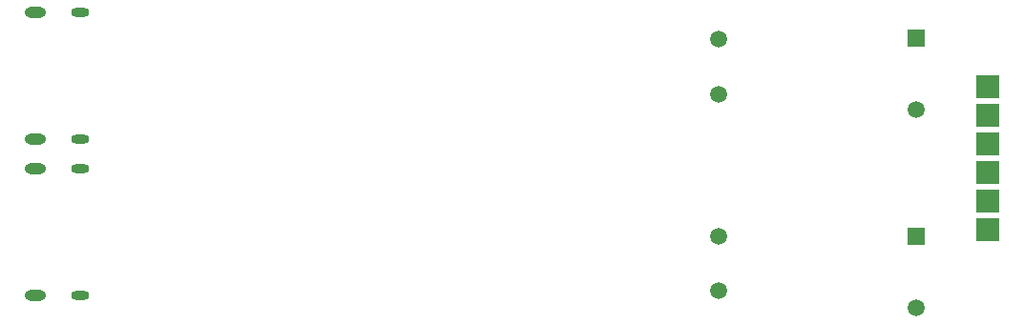
<source format=gbr>
%TF.GenerationSoftware,Altium Limited,Altium Designer,22.1.2 (22)*%
G04 Layer_Color=255*
%FSLAX44Y44*%
%MOMM*%
%TF.SameCoordinates,D2A5B157-11BA-4D30-A4C3-CA4352B12235*%
%TF.FilePolarity,Positive*%
%TF.FileFunction,Pads,Bot*%
%TF.Part,Single*%
G01*
G75*
%TA.AperFunction,ComponentPad*%
%ADD39O,1.9000X0.9500*%
%ADD40O,1.6000X0.8000*%
%ADD41C,1.5000*%
%ADD42R,1.5000X1.5000*%
%ADD43R,2.0000X2.0000*%
D39*
X300000Y1076200D02*
D03*
Y963800D02*
D03*
X300360Y1214760D02*
D03*
Y1102360D02*
D03*
D40*
X340000Y963800D02*
D03*
Y1076200D02*
D03*
X340360Y1102360D02*
D03*
Y1214760D02*
D03*
D41*
X906780Y1016270D02*
D03*
Y967470D02*
D03*
X1082040Y952500D02*
D03*
X906780Y1191260D02*
D03*
Y1142460D02*
D03*
X1082040Y1129030D02*
D03*
D42*
Y1016000D02*
D03*
Y1192530D02*
D03*
D43*
X1145540Y1022350D02*
D03*
Y1149350D02*
D03*
Y1123950D02*
D03*
Y1098550D02*
D03*
Y1073150D02*
D03*
Y1047750D02*
D03*
%TF.MD5,9de7b09ec550319a79e92cf94ab61528*%
M02*

</source>
